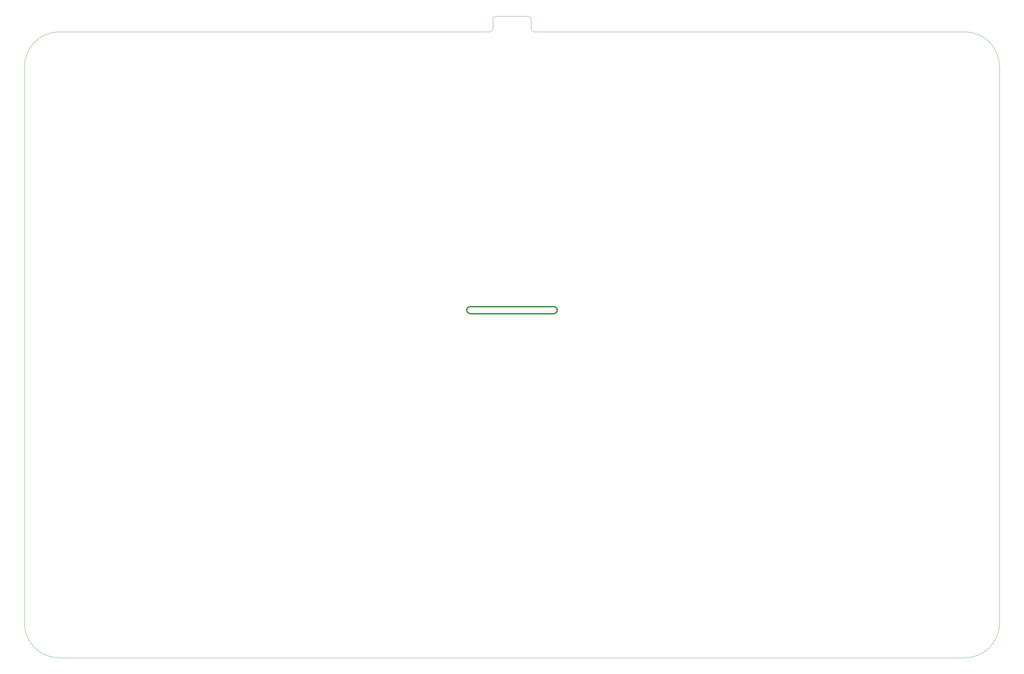
<source format=gbr>
G04 #@! TF.GenerationSoftware,KiCad,Pcbnew,(7.0.0)*
G04 #@! TF.CreationDate,2023-10-12T13:51:26-04:00*
G04 #@! TF.ProjectId,ZBox3-0,5a426f78-332d-4302-9e6b-696361645f70,rev?*
G04 #@! TF.SameCoordinates,Original*
G04 #@! TF.FileFunction,Profile,NP*
%FSLAX46Y46*%
G04 Gerber Fmt 4.6, Leading zero omitted, Abs format (unit mm)*
G04 Created by KiCad (PCBNEW (7.0.0)) date 2023-10-12 13:51:26*
%MOMM*%
%LPD*%
G01*
G04 APERTURE LIST*
G04 #@! TA.AperFunction,Profile*
%ADD10C,0.050000*%
G04 #@! TD*
G04 #@! TA.AperFunction,Profile*
%ADD11C,0.381000*%
G04 #@! TD*
G04 APERTURE END LIST*
D10*
X60000000Y-50000000D02*
X183500000Y-50000000D01*
X320000000Y-230000000D02*
G75*
G03*
X330000000Y-220000000I0J10000000D01*
G01*
X195500000Y-49000000D02*
G75*
G03*
X196500000Y-50000000I1000000J0D01*
G01*
X196500000Y-50000000D02*
X320000000Y-50000000D01*
X184500000Y-46500000D02*
X184500000Y-49000000D01*
X195500000Y-46500000D02*
X195500000Y-49000000D01*
X330000000Y-60000000D02*
X330000000Y-220000000D01*
X60000000Y-230000000D02*
X320000000Y-230000000D01*
X195500000Y-46500000D02*
G75*
G03*
X194500000Y-45500000I-1000000J0D01*
G01*
X185500000Y-45500000D02*
G75*
G03*
X184500000Y-46500000I0J-1000000D01*
G01*
X60000000Y-50000000D02*
G75*
G03*
X50000000Y-60000000I0J-10000000D01*
G01*
X50000000Y-220000000D02*
G75*
G03*
X60000000Y-230000000I10000000J0D01*
G01*
X50000000Y-60000000D02*
X50000000Y-220000000D01*
X330000000Y-60000000D02*
G75*
G03*
X320000000Y-50000000I-10000000J0D01*
G01*
X185500000Y-45500000D02*
X194500000Y-45500000D01*
X183500000Y-50000000D02*
G75*
G03*
X184500000Y-49000000I0J1000000D01*
G01*
D11*
X178000000Y-129000000D02*
X202000000Y-129000000D01*
X202000000Y-131000000D02*
X178000000Y-131000000D01*
X178000000Y-129000000D02*
G75*
G03*
X177000000Y-130000000I3J-1000003D01*
G01*
X177000000Y-130000000D02*
G75*
G03*
X178000000Y-131000000I1000003J3D01*
G01*
X203000000Y-130000000D02*
G75*
G03*
X202000000Y-129000000I-1000000J0D01*
G01*
X202000000Y-131000000D02*
G75*
G03*
X203000000Y-130000000I0J1000000D01*
G01*
M02*

</source>
